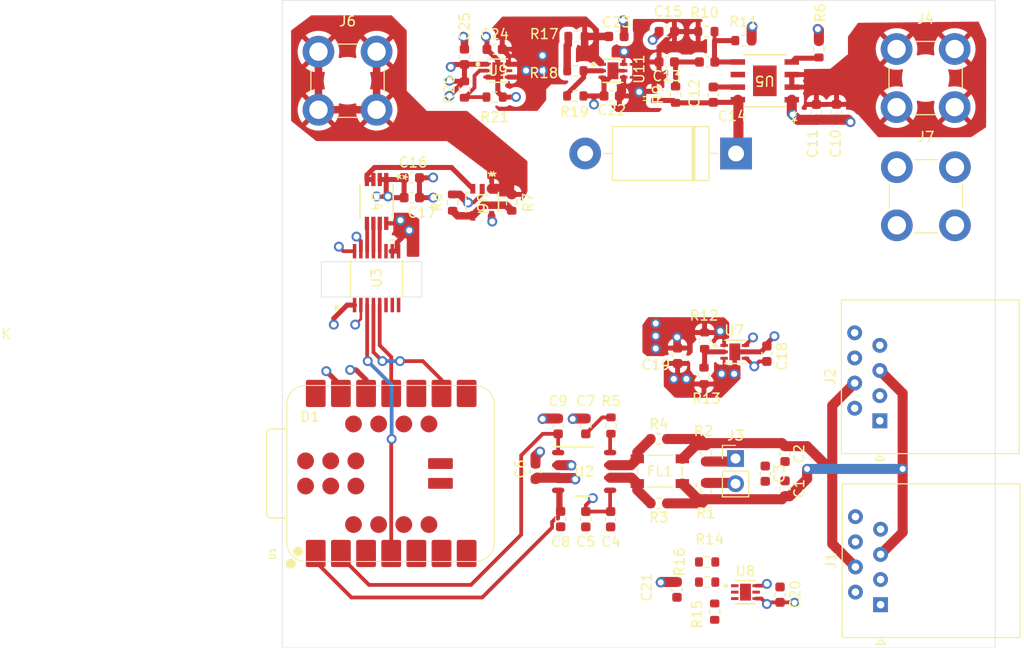
<source format=kicad_pcb>
(kicad_pcb (version 20240108) (generator "pcbnew") (generator_version "8.0")
  (layers (0 "F.Cu" signal) (1 "In1.Cu" power "GND") (2 "In2.Cu" power "PWR") (31 "B.Cu" signal) (34 "B.Paste" user) (35 "F.Paste" user) (36 "B.SilkS" user "B.Silkscreen") (37 "F.SilkS" user "F.Silkscreen") (38 "B.Mask" user) (39 "F.Mask" user) (44 "Edge.Cuts" user))
  (net 0 "")
  (net 1 "/CAN/CAN_N")
  (net 2 "/CAN/CAN_P")
  (net 3 "Net-(J3-Pin_2)")
  (net 4 "GND")
  (net 5 "+3.3VL")
  (net 6 "+5VL")
  (net 7 "Net-(C7-Pad1)")
  (net 8 "/CAN/CAN_RX")
  (net 9 "/CAN/CAN_TX")
  (net 10 "GND2")
  (net 11 "/TSV_Power/84VH")
  (net 12 "Net-(D1-K)")
  (net 13 "Net-(U5-BST)")
  (net 14 "/TSV_Power/+15V")
  (net 15 "Net-(C13-Pad1)")
  (net 16 "Net-(U5-FB)")
  (net 17 "+3.3VH")
  (net 18 "+12VH")
  (net 19 "Net-(U2-CANH)")
  (net 20 "Net-(U2-CANL)")
  (net 21 "+12VL")
  (net 22 "Net-(J3-Pin_1)")
  (net 23 "/THROTTLE_OUT")
  (net 24 "Net-(U2-STB)")
  (net 25 "Net-(U5-RON)")
  (net 26 "Net-(U6-IN-)")
  (net 27 "Net-(U7-FB)")
  (net 28 "Net-(R14-Pad2)")
  (net 29 "Net-(U8-FB)")
  (net 30 "Net-(R17-Pad2)")
  (net 31 "Net-(U11-FB)")
  (net 32 "Net-(U9-FB)")
  (net 53 "Net-(U3-OUTC)")
  (net 54 "Net-(U3-OUTB)")
  (net 56 "Net-(U3-OUTA)")
  (net 57 "/DAC_OUT")
  (net 59 "/MOSI")
  (net 62 "/CS")
  (net 64 "/SCK")
  (footprint "Resistor_SMD:R_0603_1608Metric" (layer "F.Cu") (at 90.484001 137.6842 180)
    (property "Reference" "R3")
    (property "Value" "0")
  )
  (footprint "Resistor_SMD:R_0603_1608Metric" (layer "F.Cu") (at 90.484001 131.1842 180)
    (property "Reference" "R4")
    (property "Value" "0")
  )
  (footprint "Diode_THT:D_DO-201AD_P15.24mm_Horizontal" (layer "F.Cu") (at 98.284 102.348 180)
    (property "Reference" "D1")
    (property "Value" "D_Schottky")
  )
  (footprint "Connector_RJ:RJ45_Amphenol_54602-x08_Horizontal" (layer "F.Cu") (at 112.8068 129.3455 90)
    (property "Reference" "J2")
    (property "Value" "RJ45")
  )
  (footprint "Resistor_SMD:R_0603_1608Metric" (layer "F.Cu") (at 99.032 90.945 180)
    (property "Reference" "R11")
    (property "Value" "49.9k")
  )
  (footprint "Capacitor_SMD:C_0603_1608Metric" (layer "F.Cu") (at 70.852 92.584001 90)
    (property "Reference" "C25")
    (property "Value" "2.2u")
  )
  (footprint "Resistor_SMD:R_0603_1608Metric" (layer "F.Cu") (at 75.625751 107.30545 90)
    (property "Reference" "R7")
    (property "Value" "6.81k")
  )
  (footprint "Resistor_SMD:R_0603_1608Metric" (layer "F.Cu") (at 69.656751 107.30545 -90)
    (property "Reference" "R8")
    (property "Value" "3.32k")
  )
  (footprint "LQW15AN47NG00D:INDC1005X60N" (layer "F.Cu") (at 90.015 96.533 90)
    (property "Reference" "L1")
    (property "Value" "LQW15AN47NG00D")
  )
  (footprint "Capacitor_SMD:C_0603_1608Metric" (layer "F.Cu") (at 85.724 96.532763 180)
    (property "Reference" "C22")
    (property "Value" "1u")
  )
  (footprint "TerminalBlock_Wuerth:Wuerth_REDCUBE-THR_WP-THRBU_74650074_THR" (layer "F.Cu") (at 117.461 106.666)
    (property "Reference" "J7")
    (property "Value" "BATT-")
  )
  (footprint "TLV76701:DRV0006A-IPC_A" (layer "F.Cu") (at 99.235832 146.653)
    (property "Reference" "U8")
    (property "Value" "TLV76701DRVR")
  )
  (footprint "Resistor_SMD:R_0603_1608Metric" (layer "F.Cu") (at 95.285 90.029 180)
    (property "Reference" "R10")
    (property "Value" "576k")
  )
  (footprint "TLV76701:DRV0006A-IPC_A" (layer "F.Cu") (at 98.156832 122.380999)
    (property "Reference" "U7")
    (property "Value" "TLV76701DRVR")
  )
  (footprint "Resistor_SMD:R_0603_1608Metric" (layer "F.Cu") (at 95.3638 143.605 180)
    (property "Reference" "R14")
    (property "Value" "82.5k")
  )
  (footprint "Resistor_SMD:R_0603_1608Metric" (layer "F.Cu") (at 70.852 95.886001 -90)
    (property "Reference" "R20")
    (property "Value" "50k")
  )
  (footprint "DAC6551:DGK8_TEX" (layer "F.Cu") (at 61.976 107.188 -90)
    (property "Reference" "U4")
    (property "Value" "DAC6551AQDGKRQ1")
  )
  (footprint "TLV76701:DRV0006A-IPC_A" (layer "F.Cu") (at 85.851 93.992763)
    (property "Reference" "U11")
    (property "Value" "TLV76701DRVR")
  )
  (footprint "Resistor_SMD:R_0603_1608Metric" (layer "F.Cu") (at 82.0542 93.992763)
    (property "Reference" "R18")
    (property "Value" "3.9k")
  )
  (footprint "LM5201:SO-8-DDA_TEX" (layer "F.Cu") (at 101.191 95.009 180)
    (property "Reference" "U5")
    (property "Value" "LM5012QDDARQ1")
  )
  (footprint "Capacitor_SMD:C_0603_1608Metric" (layer "F.Cu") (at 91.285 90.029 180)
    (property "Reference" "C15")
    (property "Value" "22uF")
  )
  (footprint "Connector_RJ:RJ45_Amphenol_54602-x08_Horizontal" (layer "F.Cu") (at 112.883 147.9195 90)
    (property "Reference" "J1")
    (property "Value" "RJ45")
  )
  (footprint "TLV9361QDBVRQ1:SOT23_DBV_TEX" (layer "F.Cu") (at 72.64375 107.2737 -90)
    (property "Reference" "U6")
    (property "Value" "TLV9361QDBVRQ1")
  )
  (footprint "Capacitor_SMD:C_0603_1608Metric" (layer "F.Cu") (at 91.285 93.104 180)
    (property "Reference" "C13")
    (property "Value" "2.2n")
  )
  (footprint "Capacitor_SMD:C_0603_1608Metric" (layer "F.Cu") (at 95.362 93.104)
    (property "Reference" "C14")
    (property "Value" "47p")
  )
  (footprint "Capacitor_SMD:C_0603_1608Metric" (layer "F.Cu") (at 103.234001 136.1842 -90)
    (property "Reference" "C1")
    (property "Value" "0.5p")
  )
  (footprint "Capacitor_SMD:C_0603_1608Metric" (layer "F.Cu") (at 106.398 98.171 -90)
    (property "Reference" "C11")
    (property "Value" "2.2u")
  )
  (footprint "Resistor_SMD:R_0603_1608Metric" (layer "F.Cu") (at 73.9 96.648001)
    (property "Reference" "R21")
    (property "Value" "16k")
  )
  (footprint "Capacitor_SMD:C_0603_1608Metric" (layer "F.Cu") (at 101.3968 122.5757 90)
    (property "Reference" "C18")
    (property "Value" "1u")
  )
  (footprint "Capacitor_SMD:C_0603_1608Metric" (layer "F.Cu") (at 92.3158 146.399 -90)
    (property "Reference" "C21")
    (property "Value" "2.2u")
  )
  (footprint "Capacitor_SMD:C_0603_1608Metric" (layer "F.Cu") (at 83.1088 129.889 90)
    (property "Reference" "C7")
    (property "Value" "4p")
  )
  (footprint "Resistor_SMD:R_0603_1608Metric" (layer "F.Cu") (at 82.041 96.532763)
    (property "Reference" "R19")
    (property "Value" "16k")
  )
  (footprint "XIAO-RP2350:XIAO-RP2350-SMD" (layer "F.Cu") (at 63.453756 134.748 90)
    (property "Reference" "U1")
    (property "Value" "XIAO-RP2350-SMD")
  )
  (footprint "Capacitor_SMD:C_0603_1608Metric" (layer "F.Cu") (at 65.532 104.805)
    (property "Reference" "C16")
    (property "Value" "0.1u")
  )
  (footprint "Capacitor_SMD:C_0603_1608Metric" (layer "F.Cu") (at 108.43 98.158 -90)
    (property "Reference" "C10")
    (property "Value" "2.2u")
  )
  (footprint "ACT45B_101_2P_TL003:FIL_ACT45B-101-2P-TL003" (layer "F.Cu") (at 90.585201 134.4342 180)
    (property "Reference" "FL1")
    (property "Value" "ACT45B-101-2P-TL003")
  )
  (footprint "Capacitor_SMD:C_0603_1608Metric" (layer "F.Cu") (at 102.7298 146.907 90)
    (property "Reference" "C20")
    (property "Value" "1u")
  )
  (footprint "Resistor_SMD:R_0603_1608Metric" (layer "F.Cu") (at 95.234001 132.6322 90)
    (property "Reference" "R2")
    (property "Value" "60")
  )
  (footprint "TCAN1042:D0008A_L" (layer "F.Cu") (at 82.939801 134.461)
    (property "Reference" "U2")
    (property "Value" "TCAN1042HGVDQ1")
  )
  (footprint "Capacitor_SMD:C_0603_1608Metric" (layer "F.Cu") (at 78.0288 134.461 -90)
    (property "Reference" "C6")
    (property "Value" "0.1u")
  )
  (footprint "Resistor_SMD:R_0603_1608Metric" (layer "F.Cu") (at 85.6488 129.826 90)
    (property "Reference" "R5")
    (property "Value" "10k")
  )
  (footprint "Capacitor_SMD:C_0603_1608Metric" (layer "F.Cu") (at 65.532 106.807)
    (property "Reference" "C17")
    (property "Value" "0.1n")
  )
  (footprint "Capacitor_SMD:C_0603_1608Metric" (layer "F.Cu") (at 85.6188 139.287 -90)
    (property "Reference" "C4")
    (property "Value" "10u")
  )
  (footprint "Resistor_SMD:R_0603_1608Metric" (layer "F.Cu") (at 96.1258 148.622 -90)
    (property "Reference" "R15")
    (property "Value" "16k")
  )
  (footprint "Connector_PinHeader_2.54mm:PinHeader_1x02_P2.54mm_Vertical" (layer "F.Cu") (at 98.234001 133.1592)
    (property "Reference" "J3")
    (property "Value" "Conn_01x02_Pin")
  )
  (footprint "Resistor_SMD:R_0603_1608Metric" (layer "F.Cu") (at 95.0468 124.809 -90)
    (property "Reference" "R13")
    (property "Value" "16k")
  )
  (footprint "Resistor_SMD:R_0603_1608Metric" (layer "F.Cu") (at 106.652 91.821 90)
    (property "Reference" "R6")
    (property "Value" "124k")
  )
  (footprint "Capacitor_SMD:C_0603_1608Metric" (layer "F.Cu") (at 80.3148 129.889 90)
    (property "Reference" "C9")
    (property "Value" "4p")
  )
  (footprint "Resistor_SMD:R_0603_1608Metric" (layer "F.Cu") (at 95.108832 121.253 -90)
    (property "Reference" "R12")
    (property "Value" "50k")
  )
  (footprint "Capacitor_SMD:C_0603_1608Metric" (layer "F.Cu") (at 83.1088 139.287 -90)
    (property "Reference" "C5")
    (property "Value" "0.1u")
  )
  (footprint "Capacitor_SMD:C_0603_1608Metric" (layer "F.Cu") (at 92.3798 122.777 -90)
    (property "Reference" "C19")
    (property "Value" "2.2u")
  )
  (footprint "Capacitor_SMD:C_0603_1608Metric" (layer "F.Cu") (at 95.984 96.406 -90)
    (property "Reference" "C12")
    (property "Value" "2.2n")
  )
  (footprint "Resistor_SMD:R_0603_1608Metric" (layer "F.Cu") (at 92.174 96.406 -90)
    (property "Reference" "R9")
    (property "Value" "1.3M")
  )
  (footprint "TerminalBlock_Wuerth:Wuerth_REDCUBE-THR_WP-THRBU_74650074_THR" (layer "F.Cu") (at 59.041 94.996)
    (property "Reference" "J6")
    (property "Value" "THROTTLE")
  )
  (footprint "Capacitor_SMD:C_0603_1608Metric" (layer "F.Cu") (at 103.234001 132.6842 -90)
    (property "Reference" "C2")
    (property "Value" "0.5p")
  )
  (footprint "Capacitor_SMD:C_0603_1608Metric" (layer "F.Cu") (at 101.234001 134.6842 -90)
    (property "Reference" "C3")
    (property "Value" "4.7u")
  )
  (footprint "Resistor_SMD:R_0603_1608Metric" (layer "F.Cu") (at 95.3638 145.637)
    (property "Reference" "R16")
    (property "Value" "1.5k")
  )
  (footprint "TerminalBlock_Wuerth:Wuerth_REDCUBE-THR_WP-THRBU_74650074_THR" (layer "F.Cu") (at 117.433 94.728)
    (property "Reference" "J4")
    (property "Value" "BATT+")
  )
  (footprint "Resistor_SMD:R_0603_1608Metric" (layer "F.Cu") (at 95.234001 136.4422 90)
    (property "Reference" "R1")
    (property "Value" "60")
  )
  (footprint "Capacitor_SMD:C_0603_1608Metric" (layer "F.Cu") (at 80.5688 139.274 -90)
    (property "Reference" "C8")
    (property "Value" "4p")
  )
  (footprint "ISO7041:SSOP16_DBQ_TEX" (layer "F.Cu") (at 61.976 114.935 90)
    (property "Reference" "U3")
    (property "Value" "ISO7041FQDBQRQ1")
  )
  (footprint "Capacitor_SMD:C_0603_1608Metric" (layer "F.Cu") (at 86.206 90.525663)
    (property "Reference" "C23")
    (property "Value" "2.2u")
  )
  (footprint "Resistor_SMD:R_0603_1608Metric" (layer "F.Cu") (at 82.1674 90.525663 180)
    (property "Reference" "R17")
    (property "Value" "220k")
  )
  (footprint "Capacitor_SMD:C_0603_1608Metric" (layer "F.Cu") (at 73.9 91.822001 180)
    (property "Reference" "C24")
    (property "Value" "1u")
  )
  (footprint "TLV76701:DRV0006A-IPC_A" (layer "F.Cu") (at 74.218968 93.981001)
    (property "Reference" "U9")
    (property "Value" "TLV76701DRVR")
  )
  (gr_rect (start 52.451 86.868) (end 124.46 152.273) (stroke (width 0.05)) (fill none) (layer "Edge.Cuts"))
  (gr_rect (start 56.388 113.284) (end 66.548 116.84) (stroke (width 0.05)) (fill none) (layer "Edge.Cuts"))
  (segment (start 103.234001 136.9592) (end 103.709001 136.9592) (width 1.016) (layer "F.Cu") (net 1))
  (segment (start 112.883 142.8395) (end 115.1128 140.6097) (width 1.016) (layer "F.Cu") (net 1))
  (segment (start 103.709001 136.9592) (end 105.4608 135.207401) (width 1.016) (layer "F.Cu") (net 1))
  (segment (start 115.1128 126.5715) (end 112.8068 124.2655) (width 1.016) (layer "F.Cu") (net 1))
  (segment (start 94.443201 137.2672) (end 92.860201 135.6842) (width 1.016) (layer "F.Cu") (net 1))
  (segment (start 95.234001 137.2672) (end 102.926001 137.2672) (width 1.016) (layer "F.Cu") (net 1))
  (segment (start 115.1128 140.6097) (end 115.1128 134.207) (width 1.016) (layer "F.Cu") (net 1))
  (segment (start 95.234001 137.2672) (end 94.443201 137.2672) (width 1.016) (layer "F.Cu") (net 1))
  (segment (start 115.1128 134.207) (end 115.1128 126.5715) (width 1.016) (layer "F.Cu") (net 1))
  (segment (start 105.4608 135.207401) (end 105.4608 134.207) (width 1.016) (layer "F.Cu") (net 1))
  (segment (start 94.817001 137.6842) (end 95.234001 137.2672) (width 1.016) (layer "F.Cu") (net 1))
  (segment (start 91.309001 137.6842) (end 94.817001 137.6842) (width 1.016) (layer "F.Cu") (net 1))
  (segment (start 102.926001 137.2672) (end 103.234001 136.9592) (width 1.016) (layer "F.Cu") (net 1))
  (via (at 115.1128 134.207) (size 1) (drill 0.6) (layers "F.Cu" "B.Cu") (net 1))
  (via (at 105.4608 134.207) (size 1) (drill 0.6) (layers "F.Cu" "B.Cu") (net 1))
  (segment (start 105.4608 134.207) (end 115.1128 134.207) (width 1.016) (layer "B.Cu") (net 1))
  (segment (start 108.0008 141.7673) (end 110.343 144.1095) (width 1.016) (layer "F.Cu") (net 2))
  (segment (start 95.440001 131.6012) (end 95.234001 131.8072) (width 1.016) (layer "F.Cu") (net 2))
  (segment (start 103.234001 131.9092) (end 102.926001 131.6012) (width 1.016) (layer "F.Cu") (net 2))
  (segment (start 108.0008 134.715) (end 108.0008 141.7673) (width 1.016) (layer "F.Cu") (net 2))
  (segment (start 110.2668 125.5355) (end 108.0008 127.8015) (width 1.016) (layer "F.Cu") (net 2))
  (segment (start 108.0008 127.8015) (end 108.0008 134.715) (width 1.016) (layer "F.Cu") (net 2))
  (segment (start 105.449 131.9092) (end 108.0008 134.461) (width 1.016) (layer "F.Cu") (net 2))
  (segment (start 102.926001 131.6012) (end 95.440001 131.6012) (width 1.016) (layer "F.Cu") (net 2))
  (segment (start 108.0008 134.461) (end 108.0008 134.715) (width 1.016) (layer "F.Cu") (net 2))
  (segment (start 94.611001 131.1842) (end 95.234001 131.8072) (width 1.016) (layer "F.Cu") (net 2))
  (segment (start 95.234001 131.8072) (end 94.237201 131.8072) (width 1.016) (layer "F.Cu") (net 2))
  (segment (start 94.237201 131.8072) (end 92.860201 133.1842) (width 1.016) (layer "F.Cu") (net 2))
  (segment (start 103.234001 131.9092) (end 105.449 131.9092) (width 1.016) (layer "F.Cu") (net 2))
  (segment (start 91.309001 131.1842) (end 94.611001 131.1842) (width 1.016) (layer "F.Cu") (net 2))
  (segment (start 95.234001 135.6172) (end 98.152001 135.6172) (width 1.016) (layer "F.Cu") (net 3))
  (segment (start 98.152001 135.6172) (end 98.234001 135.6992) (width 1.016) (layer "F.Cu") (net 3))
  (segment (start 83.1088 129.114) (end 81.833 129.114) (width 1.016) (layer "F.Cu") (net 4))
  (segment (start 58.373756 125.810756) (end 56.896 124.333) (width 0.508) (layer "F.Cu") (net 4))
  (segment (start 78.785 129.114) (end 78.74 129.159) (width 1.016) (layer "F.Cu") (net 4))
  (segment (start 78.0288 133.686) (end 78.0288 132.9182) (width 1.016) (layer "F.Cu") (net 4))
  (segment (start 59.817 119.634) (end 60.3885 119.0625) (width 0.254) (layer "F.Cu") (net 4))
  (segment (start 100.816501 122.380999) (end 99.234864 122.380999) (width 0.508) (layer "F.Cu") (net 4))
  (segment (start 98.156832 122.380999) (end 99.234864 122.380999) (width 0.508) (layer "F.Cu") (net 4))
  (segment (start 60.3885 119.0625) (end 60.3885 117.656348) (width 0.254) (layer "F.Cu") (net 4))
  (segment (start 102.1588 120.7977) (end 101.3968 121.5597) (width 0.508) (layer "F.Cu") (net 4))
  (segment (start 101.3968 121.5597) (end 101.3968 121.8007) (width 0.508) (layer "F.Cu") (net 4))
  (segment (start 80.3148 133.826) (end 81.629 133.826) (width 1.016) (layer "F.Cu") (net 4))
  (segment (start 78.0288 132.9182) (end 78.486 132.461) (width 1.016) (layer "F.Cu") (net 4))
  (segment (start 81.629 133.826) (end 81.661 133.858) (width 1.016) (layer "F.Cu") (net 4))
  (segment (start 81.833 129.114) (end 81.788 129.159) (width 1.016) (layer "F.Cu") (net 4))
  (segment (start 80.3148 129.114) (end 78.785 129.114) (width 1.016) (layer "F.Cu") (net 4))
  (segment (start 58.373756 126.583) (end 58.373756 125.810756) (width 0.508) (layer "F.Cu") (net 4))
  (segment (start 101.3968 121.8007) (end 100.816501 122.380999) (width 0.508) (layer "F.Cu") (net 4))
  (via (at 81.661 133.858) (size 1) (drill 0.6) (layers "F.Cu" "B.Cu") (net 4))
  (via (at 81.788 129.159) (size 1) (drill 0.6) (layers "F.Cu" "B.Cu") (net 4))
  (via (at 93.2688 125.1157) (size 1) (drill 0.6) (layers "F.Cu" "B.Cu") (net 4))
  (via (at 96.8248 124.6077) (size 1) (drill 0.6) (layers "F.Cu" "B.Cu") (net 4))
  (via (at 56.896 124.333) (size 1) (drill 0.6) (layers "F.Cu" "B.Cu") (net 4))
  (via (at 78.74 129.159) (size 1) (drill 0.6) (layers "F.Cu" "B.Cu") (net 4))
  (via (at 91.9988 125.1157) (size 1) (drill 0.6) (layers "F.Cu" "B.Cu") (net 4))
  (via (at 78.486 132.461) (size 1) (drill 0.6) (layers "F.Cu" "B.Cu") (net 4))
  (via (at 59.817 119.634) (size 1) (drill 0.6) (layers "F.Cu" "B.Cu") (net 4))
  (via (at 102.1588 120.7977) (size 1) (drill 0.6) (layers "F.Cu" "B.Cu") (net 4))
  (via (at 98.0948 124.6077) (size 1) (drill 0.6) (layers "F.Cu" "B.Cu") (net 4))
  (segment (start 97.0788 120.6707) (end 96.6978 120.2897) (width 0.381) (layer "F.Cu") (net 5))
  (segment (start 83.1088 137.8712) (end 83.82 137.16) (width 0.381) (layer "F.Cu") (net 5))
  (segment (start 83.1088 138.512) (end 83.1088 137.8712) (width 0.381) (layer "F.Cu") (net 5))
  (segment (start 85.5648 138.458) (end 85.6188 138.512) (width 0.381) (layer "F.Cu") (net 5))
  (segment (start 97.0788 121.730998) (end 97.0788 120.6707) (width 0.381) (layer "F.Cu") (net 5))
  (segment (start 92.329 121.9512) (end 92.3798 122.002) (width 0.762) (layer "F.Cu") (net 5))
  (segment (start 57.658 118.999) (end 59.000652 117.656348) (width 0.508) (layer "F.Cu") (net 5))
  (segment (start 59.911756 124.206) (end 60.913756 125.208) (width 0.508) (layer "F.Cu") (net 5))
  (segment (start 59.000652 117.656348) (end 59.7535 117.656348) (width 0.508) (layer "F.Cu") (net 5))
  (segment (start 59.309 124.206) (end 59.911756 124.206) (width 0.508) (layer "F.Cu") (net 5))
  (segment (start 92.329 120.904) (end 92.329 121.9512) (width 0.762) (layer "F.Cu") (net 5))
  (segment (start 85.6188 138.512) (end 83.1088 138.512) (width 0.381) (layer "F.Cu") (net 5))
  (segment (start 85.5648 136.366) (end 85.5648 138.458) (width 0.381) (layer "F.Cu") (net 5))
  (segment (start 60.913756 125.208) (end 60.913756 126.583) (width 0.508) (layer "F.Cu") (net 5))
  (segment (start 57.658 119.634) (end 57.658 118.999) (width 0.508) (layer "F.Cu") (net 5))
  (via (at 90.17 122.047) (size 1) (drill 0.6) (layers "F.Cu" "B.Cu") (net 5))
  (via (at 92.329 120.904) (size 1) (drill 0.6) (layers "F.Cu" "B.Cu") (net 5))
  (via (at 57.658 119.634) (size 1) (drill 0.6) (layers "F.Cu" "B.Cu") (net 5))
  (via (at 83.82 137.16) (size 1) (drill 0.6) (layers "F.Cu" "B.Cu") (net 5))
  (via (at 90.17 119.507) (size 1) (drill 0.6) (layers "F.Cu" "B.Cu") (net 5))
  (via (at 96.6978 120.2897) (size 1) (drill 0.6) (layers "F.Cu" "B.Cu") (net 5))
  (via (at 90.17 120.777) (size 1) (drill 0.6) (layers "F.Cu" "B.Cu") (net 5))
  (via (at 59.309 124.206) (size 1) (drill 0.6) (layers "F.Cu" "B.Cu") (net 5))
  (segment (start 80.3148 135.096) (end 78.1688 135.096) (width 1.016) (layer "F.Cu") (net 6))
  (segment (start 78.1688 135.096) (end 78.0288 135.236) (width 1.016) (layer "F.Cu") (net 6))
  (segment (start 80.3468 135.128) (end 80.3148 135.096) (width 1.016) (layer "F.Cu") (net 6))
  (segment (start 81.915 135.128) (end 80.3468 135.128) (width 1.016) (layer "F.Cu") (net 6))
  (segment (start 92.3158 145.624) (end 90.723 145.624) (width 1.016) (layer "F.Cu") (net 6))
  (segment (start 82.042 135.255) (end 81.915 135.128) (width 1.016) (layer "F.Cu") (net 6))
  (segment (start 90.723 145.624) (end 90.678 145.669) (width 1.016) (layer "F.Cu") (net 6))
  (via (at 90.678 145.669) (size 1) (drill 0.6) (layers "F.Cu" "B.Cu") (net 6))
  (via (at 82.042 135.255) (size 1) (drill 0.6) (layers "F.Cu" "B.Cu") (net 6))
  (segment (start 85.6488 129.001) (end 84.7718 129.001) (width 0.381) (layer "F.Cu") (net 7))
  (segment (start 84.7718 129.001) (end 83.1088 130.664) (width 0.381) (layer "F.Cu") (net 7))
  (segment (start 80.3148 136.366) (end 80.3148 139.2085) (width 0.381) (layer "F.Cu") (net 8))
  (segment (start 72.644 147.193) (end 59.436 147.193) (width 0.381) (layer "F.Cu") (net 8))
  (segment (start 80.3148 139.2085) (end 80.057618 139.2085) (width 0.381) (layer "F.Cu") (net 8))
  (segment (start 80.5688 138.499) (end 80.5688 136.62) (width 0.381) (layer "F.Cu") (net 8))
  (segment (start 79.7033 140.1337) (end 72.644 147.193) (width 0.381) (layer "F.Cu") (net 8))
  (segment (start 59.436 147.193) (end 55.833756 143.590756) (width 0.381) (layer "F.Cu") (net 8))
  (segment (start 80.5688 136.62) (end 80.3148 136.366) (width 0.381) (layer "F.Cu") (net 8))
  (segment (start 79.7033 139.562818) (end 79.7033 140.1337) (width 0.381) (layer "F.Cu") (net 8))
  (segment (start 55.833756 143.590756) (end 55.833756 142.748) (width 0.381) (layer "F.Cu") (net 8))
  (segment (start 80.057618 139.2085) (end 79.7033 139.562818) (width 0.381) (layer "F.Cu") (net 8))
  (segment (start 61.214 145.923) (end 71.501 145.923) (width 0.381) (layer "F.Cu") (net 9))
  (segment (start 76.581 132.842) (end 78.759 130.664) (width 0.381) (layer "F.Cu") (net 9))
  (segment (start 76.581 140.843) (end 76.581 132.842) (width 0.381) (layer "F.Cu") (net 9))
  (segment (start 61.214 145.923) (end 58.373756 143.082756) (width 0.381) (layer "F.Cu") (net 9))
  (segment (start 78.759 130.664) (end 80.3148 130.664) (width 0.381) (layer "F.Cu") (net 9))
  (segment (start 58.373756 143.082756) (end 58.373756 142.748) (width 0.381) (layer "F.Cu") (net 9))
  (segment (start 71.501 145.923) (end 76.581 140.843) (width 0.381) (layer "F.Cu") (net 9))
  (segment (start 80.3148 130.664) (end 80.3148 132.556) (width 0.381) (layer "F.Cu") (net 9))
  (segment (start 85.851 94.347) (end 85.321205 94.876795) (width 0.508) (layer "F.Cu") (net 10))
  (segment (start 106.411 98.933) (end 106.398 98.946) (width 1.016) (layer "F.Cu") (net 10))
  (segment (start 64.064199 111.322801) (end 65.278 110.109) (width 0.508) (layer "F.Cu") (net 10))
  (segment (start 70.852 91.809001) (end 70.852 90.664) (width 0.762) (layer "F.Cu") (net 10))
  (segment (start 74.218968 94.439003) (end 74.218968 93.981001) (width 0.508) (layer "F.Cu") (net 10))
  (segment (start 74.218968 93.981001) (end 74.945737 93.981001) (width 0.508) (layer "F.Cu") (net 10))
  (segment (start 83.933 96.532763) (end 83.933 97.395) (width 0.508) (layer "F.Cu") (net 10))
  (segment (start 108.43 98.933) (end 109.601 98.933) (width 1.016) (layer "F.Cu") (net 10))
  (segment (start 86.929032 93.992763) (end 85.851 93.992763) (width 0.381) (layer "F.Cu") (net 10))
  (segment (start 70.387751 106.48045) (end 71.212751 107.30545) (width 0.762) (layer "F.Cu") (net 10))
  (segment (start 108.43 98.933) (end 106.411 98.933) (width 1.016) (layer "F.Cu") (net 10))
  (segment (start 74.725 96.648001) (end 76.043999 96.648001) (width 0.508) (layer "F.Cu") (net 10))
  (segment (start 69.656751 106.48045) (end 70.387751 106.48045) (width 0.762) (layer "F.Cu") (net 10))
  (segment (start 60.3885 112.213652) (end 60.3885 111.1885) (width 0.381) (layer "F.Cu") (net 10))
  (segment (start 86.981 89.013) (end 86.868 88.9) (width 0.762) (layer "F.Cu") (net 10))
  (segment (start 60.3885 111.1885) (end 59.944 110.744) (width 0.381) (layer "F.Cu") (net 10))
  (segment (start 99.857 89.599) (end 99.935 89.521) (width 1.016) (layer "F.Cu") (net 10))
  (segment (start 74.218968 93.981001) (end 74.218968 96.141969) (width 0.508) (layer "F.Cu") (net 10))
  (segment (start 72.64375 106.418278) (end 71.756578 107.30545) (width 0.381) (layer "F.Cu") (net 10))
  (segment (start 66.307 104.805) (end 67.661 104.805) (width 0.508) (layer "F.Cu") (net 10))
  (segment (start 106.398 98.946) (end 104.534 98.946) (width 1.016) (layer "F.Cu") (net 10))
  (segment (start 71.756578 107.30545) (end 71.212751 107.30545) (width 0.381) (layer "F.Cu") (net 10))
  (segment (start 106.652 89.888) (end 106.539 89.775) (width 1.016) (layer "F.Cu") (net 10))
  (segment (start 99.857 90.945) (end 99.857 89.599) (width 1.016) (layer "F.Cu") (net 10))
  (segment (start 74.218968 92.915969) (end 73.125 91.822001) (width 0.508) (layer "F.Cu") (net 10))
  (segment (start 67.661 104.805) (end 67.691 104.775) (width 0.508) (layer "F.Cu") (net 10))
  (segment (start 103.91515 96.914) (end 103.91515 98.32715) (width 1.016) (layer "F.Cu") (net 10))
  (segment (start 74.026969 94.631002) (end 74.218968 94.439003) (width 0.508) (layer "F.Cu") (net 10))
  (segment (start 84.949 94.876795) (end 84.772968 94.700763) (width 0.508) (layer "F.Cu") (net 10))
  (segment (start 106.652 90.996) (end 106.652 89.888) (width 1.016) (layer "F.Cu") (net 10))
  (segment (start 66.307 104.805) (end 66.307 106.807) (width 0.508) (layer "F.Cu") (net 10))
  (segment (start 90.51 90.229839) (end 89.864203 90.875636) (width 0.762) (layer "F.Cu") (net 10))
  (segment (start 85.851 93.992763) (end 85.851 94.347) (width 0.508) (layer "F.Cu") (net 10))
  (segment (start 64.064199 112.213652) (end 64.064199 111.322801) (width 0.508) (layer "F.Cu") (net 10))
  (segment (start 84.949 96.532763) (end 84.949 94.876795) (width 0.508) (layer "F.Cu") (net 10))
  (segment (start 82.866 96.532763) (end 83.933 96.532763) (width 0.508) (layer "F.Cu") (net 10))
  (segment (start 104.534 98.946) (end 103.999 98.411) (width 1.016) (layer "F.Cu") (net 10))
  (segment (start 74.218968 96.141969) (end 74.725 96.648001) (width 0.508) (layer "F.Cu") (net 10))
  (segment (start 85.321205 94.876795) (end 84.949 94.876795) (width 0.508) (layer "F.Cu") (net 10))
  (segment (start 72.64375 105.90845) (end 72.64375 106.418278) (width 0.381) (layer "F.Cu") (net 10))
  (segment (start 76.043999 96.648001) (end 76.059 96.633) (width 0.508) (layer "F.Cu") (net 10))
  (segment (start 73.125 90.651) (end 73.025 90.551) (width 0.508) (layer "F.Cu") (net 10))
  (segment (start 73.140936 94.631002) (end 74.026969 94.631002) (width 0.508) (layer "F.Cu") (net 10))
  (segment (start 74.218968 93.981001) (end 74.218968 92.915969) (width 0.508) (layer "F.Cu") (net 10))
  (segment (start 103.91515 98.32715) (end 103.999 98.411) (width 1.016) (layer "F.Cu") (net 10))
  (segment (start 66.307 106.807) (end 67.691 106.807) (width 0.508) (layer "F.Cu") (net 10))
  (segment (start 109.601 98.933) (end 109.841 99.173) (width 1.016) (layer "F.Cu") (net 10))
  (segment (start 63.429199 112.213652) (end 64.064199 112.213652) (width 0.508) (layer "F.Cu") (net 10))
  (segment (start 73.125 91.822001) (end 73.125 90.651) (width 0.508) (layer "F.Cu") (net 10))
  (segment (start 83.933 96.532763) (end 84.949 96.532763) (width 0.508) (layer "F.Cu") (net 10))
  (segment (start 90.51 90.029) (end 90.51 90.229839) (width 0.762) (layer "F.Cu") (net 10))
  (segment (start 86.981 90.525663) (end 86.981 89.013) (width 0.762) (layer "F.Cu") (net 10))
  (segment (start 70.852 90.664) (end 70.739 90.551) (width 0.762) (layer "F.Cu") (net 10))
  (via (at 71.212751 107.30545) (size 1) (drill 0.6) (layers "F.Cu" "B.Cu") (net 10))
  (via (at 73.025 90.551) (size 1) (drill 0.6) (layers "F.Cu" "B.Cu") (net 10))
  (via (at 103.999 98.411) (size 1) (drill 0.6) (layers "F.Cu" "B.Cu") (net 10))
  (via (at 106.539 89.775) (size 1) (drill 0.6) (layers "F.Cu" "B.Cu") (net 10))
  (via (at 83.933 97.395) (size 1) (drill 0.6) (layers "F.Cu" "B.Cu") (net 10))
  (via (at 65.278 110.109) (size 1) (drill 0.6) (layers "F.Cu" "B.Cu") (net 10))
  (via (at 59.944 110.744) (size 1) (drill 0.6) (layers "F.Cu" "B.Cu") (net 10))
  (via (at 67.691 104.775) (size 1) (drill 0.6) (layers "F.Cu" "B.Cu") (net 10))
  (via (at 109.841 99.173) (size 1) (drill 0.6) (layers "F.Cu" "B.Cu") (net 10))
  (via (at 99.935 89.521) (size 1) (drill 0.6) (layers "F.Cu" "B.Cu") (net 10))
  (via (at 89.864203 90.875636) (size 1) (drill 0.6) (layers "F.Cu" "B.Cu") (net 10))
  (via (at 67.691 106.807) (size 1) (drill 0.6) (layers "F.Cu" "B.Cu") (net 10))
  (via (at 86.868 88.9) (size 1) (drill 0.6) (layers "F.Cu" "B.Cu") (net 10))
  (via (at 64.389 109.093) (size 1) (drill 0.6) (layers "F.Cu" "B.Cu") (net 10))
  (via (at 70.739 90.551) (size 1) (drill 0.6) (layers "F.Cu" "B.Cu") (net 10))
  (via (at 76.059 96.633) (size 1) (drill 0.6) (layers "F.Cu" "B.Cu") (net 10))
  (segment (start 103.91515 95.644) (end 103.91515 94.374) (width 0.508) (layer "F.Cu") (net 11))
  (segment (start 98.19985 97.181) (end 98.46685 96.914) (width 0.508) (layer "F.Cu") (net 12))
  (segment (start 98.524 96.97115) (end 98.46685 96.914) (width 1.016) (layer "F.Cu") (net 12))
  (segment (start 98.524 100.951) (end 98.524 96.97115) (width 1.016) (layer "F.Cu") (net 12))
  (segment (start 95.984 97.181) (end 98.19985 97.181) (width 0.508) (layer "F.Cu") (net 12))
  (segment (start 90.015 96.993) (end 91.936 96.993) (width 0.508) (layer "F.Cu") (net 12))
  (segment (start 92.174 97.231) (end 95.934 97.231) (width 0.508) (layer "F.Cu") (net 12))
  (segment (start 91.936 96.993) (end 92.174 97.231) (width 0.508) (layer "F.Cu") (net 12))
  (segment (start 95.934 97.231) (end 95.984 97.181) (width 0.508) (layer "F.Cu") (net 12))
  (segment (start 98.45385 95.631) (end 98.46685 95.644) (width 0.508) (layer "F.Cu") (net 13))
  (segment (start 95.984 95.631) (end 98.45385 95.631) (width 0.508) (layer "F.Cu") (net 13))
  (segment (start 86.929032 96.102731) (end 86.929032 94.642764) (width 0.508) (layer "F.Cu") (net 14))
  (segment (start 90.51 93.104) (end 90.51 91.579) (width 0.508) (layer "F.Cu") (net 14))
  (segment (start 90.015 95.009) (end 90.51 94.514) (width 0.508) (layer "F.Cu") (net 14))
  (segment (start 86.929032 92.101631) (end 86.981 92.049663) (width 0.381) (layer "F.Cu") (net 14))
  (segment (start 92.06 90.029) (end 94.46 90.029) (width 0.508) (layer "F.Cu") (net 14))
  (segment (start 90.51 94.514) (end 90.51 93.104) (width 0.508) (layer "F.Cu") (net 14))
  (segment (start 90.015 96.073) (end 88.557 96.073) (width 0.508) (layer "F.Cu") (net 14))
  (segment (start 86.929032 93.342762) (end 86.929032 92.101631) (width 0.381) (layer "F.Cu") (net 14))
  (segment (start 88.557 96.073) (end 88.505 96.125) (width 0.508) (layer "F.Cu") (net 14))
  (segment (start 90.015 96.073) (end 90.015 95.009) (width 0.508) (layer "F.Cu") (net 14))
  (segment (start 90.51 91.579) (end 92.06 90.029) (width 0.508) (layer "F.Cu") (net 14))
  (segment (start 86.499 96.532763) (end 86.929032 96.102731) (width 0.508) (layer "F.Cu") (net 14))
  (via (at 86.981 92.049663) (size 1) (drill 0.6) (layers "F.Cu" "B.Cu") (net 14))
  (via (at 88.505 96.125) (size 1) (drill 0.6) (layers "F.Cu" "B.Cu") (net 14))
  (segment (start 92.174 95.581) (end 92.174 93.218) (width 0.508) (layer "F.Cu") (net 15))
  (segment (start 92.06 93.104) (end 94.587 93.104) (width 0.508) (layer "F.Cu") (net 15))
  (segment (start 92.174 93.218) (end 92.06 93.104) (width 0.508) (layer "F.Cu") (net 15))
  (segment (start 98.207 90.945) (end 96.11 90.945) (width 0.508) (layer "F.Cu") (net 16))
  (segment (start 96.11 90.945) (end 96.11 93.077) (width 0.508) (layer "F.Cu") (net 16))
  (segment (start 96.11 90.029) (end 96.11 90.945) (width 0.381) (layer "F.Cu") (net 16))
  (segment (start 96.11 93.077) (end 96.137 93.104) (width 0.508) (layer "F.Cu") (net 16))
  (segment (start 96.137 93.104) (end 98.46685 93.104) (width 0.508) (layer "F.Cu") (net 16))
  (segment (start 64.587348 104.974652) (end 64.757 104.805) (width 0.508) (layer "F.Cu") (net 17))
  (segment (start 58.166 111.76) (end 58.619652 112.213652) (width 0.381) (layer "F.Cu") (net 17))
  (segment (start 58.619652 112.213652) (end 59.7535 112.213652) (width 0.381) (layer "F.Cu") (net 17))
  (segment (start 70.852 93.359001) (end 69.708999 93.359001) (width 0.508) (layer "F.Cu") (net 17))
  (segment (start 70.880001 93.331) (end 70.865 93.346001) (width 0.508) (layer "F.Cu") (net 17))
  (segment (start 64.757 106.807) (end 64.757 104.805) (width 0.508) (layer "F.Cu") (net 17))
  (segment (start 62.950999 106.504698) (end 63.126301 106.68) (width 0.508) (layer "F.Cu") (net 17))
  (segment (start 69.407001 95.061001) (end 69.342 94.996) (width 0.508) (layer "F.Cu") (net 17))
  (segment (start 70.800999 95.061001) (end 69.342 96.52) (width 0.508) (layer "F.Cu") (net 17))
  (segment (start 64.757 106.807) (end 63.253301 106.807) (width 0.508) (layer "F.Cu") (net 17))
  (segment (start 62.950999 104.974652) (end 64.587348 104.974652) (width 0.508) (layer "F.Cu") (net 17))
  (segment (start 70.852 95.061001) (end 70.800999 95.061001) (width 0.508) (layer "F.Cu") (net 17))
  (segment (start 73.140936 93.331) (end 70.880001 93.331) (width 0.508) (layer "F.Cu") (net 17))
  (segment (start 70.852 95.061001) (end 70.852 93.359001) (width 0.508) (layer "F.Cu") (net 17))
  (segment (start 70.852 95.061001) (end 69.407001 95.061001) (width 0.508) (layer "F.Cu") (net 17))
  (segment (start 61.983301 106.68) (end 63.126301 106.68) (width 0.508) (layer "F.Cu") (net 17))
  (segment (start 69.708999 93.359001) (end 69.469 93.599) (width 0.508) (layer "F.Cu") (net 17))
  (segment (start 63.253301 106.807) (end 63.126301 106.68) (width 0.508) (layer "F.Cu") (net 17))
  (segment (start 62.950999 104.974652) (end 62.320499 104.974652) (width 0.508) (layer "F.Cu") (net 17))
  (segment (start 62.950999 104.974652) (end 62.950999 106.504698) (width 0.508) (layer "F.Cu") (net 17))
  (via (at 69.342 96.52) (size 1) (drill 0.6) (layers "F.Cu" "B.Cu") (net 17))
  (via (at 69.342 94.996) (size 1) (drill 0.6) (layers "F.Cu" "B.Cu") (net 17))
  (via (at 61.983301 106.68) (size 1) (drill 0.6) (layers "F.Cu" "B.Cu") (net 17))
  (via (at 69.469 93.599) (size 1) (drill 0.6) (layers "F.Cu" "B.Cu") (net 17))
  (via (at 58.166 111.76) (size 1) (drill 0.6) (layers "F.Cu" "B.Cu") (net 17))
  (via (at 63.126301 106.68) (size 1) (drill 0.6) (layers "F.Cu" "B.Cu") (net 17))
  (segment (start 75.297 92.444001) (end 75.297 93.331) (width 0.508) (layer "F.Cu") (net 18))
  (segment (start 82.9924 91.562194) (end 84.587969 93.157763) (width 0.762) (layer "F.Cu") (net 18))
  (segment (start 77.075 93.966) (end 76.44 93.331) (width 0.508) (layer "F.Cu") (net 18))
  (segment (start 77.075 93.966) (end 76.409998 94.631002) (width 0.508) (layer "F.Cu") (net 18))
  (segment (start 74.675 91.822001) (end 75.297 92.444001) (width 0.508) (layer "F.Cu") (net 18))
  (segment (start 82.9924 90.525663) (end 82.9924 91.562194) (width 0.762) (layer "F.Cu") (net 18))
  (segment (start 76.409998 94.631002) (end 75.297 94.631002) (width 0.508) (layer "F.Cu") (net 18))
  (segment (start 82.9924 90.525663) (end 84.428 90.525663) (width 0.762) (layer "F.Cu") (net 18))
  (segment (start 76.44 93.331) (end 75.297 93.331) (width 0.508) (layer "F.Cu") (net 18))
  (segment (start 73.593751 108.63895) (end 73.593751 109.153751) (width 0.762) (layer "F.Cu") (net 18))
  (segment (start 73.593751 109.153751) (end 73.66 109.22) (width 0.762) (layer "F.Cu") (net 18))
  (segment (start 84.428 90.525663) (end 85.431 90.525663) (width 0.762) (layer "F.Cu") (net 18))
  (via (at 73.66 109.22) (size 1) (drill 0.6) (layers "F.Cu" "B.Cu") (net 18))
  (via (at 77.075 93.966) (size 1) (drill 0.6) (layers "F.Cu" "B.Cu") (net 18))
  (via (at 78.74 92.456) (size 1) (drill 0.6) (layers "F.Cu" "B.Cu") (net 18))
  (via (at 78.74 93.98) (size 1) (drill 0.6) (layers "F.Cu" "B.Cu") (net 18))
  (segment (start 88.310201 133.1842) (end 88.310201 132.533) (width 1.016) (layer "F.Cu") (net 19))
  (segment (start 87.668401 133.826) (end 88.310201 133.1842) (width 1.016) (layer "F.Cu") (net 19))
  (segment (start 85.5648 133.826) (end 87.668401 133.826) (width 1.016) (layer "F.Cu") (net 19))
  (segment (start 88.310201 132.533) (end 89.659001 131.1842) (width 1.016) (layer "F.Cu") (net 19))
  (segment (start 87.722001 135.096) (end 85.5648 135.096) (width 1.016) (layer "F.Cu") (net 20))
  (segment (start 88.310201 135.6842) (end 88.310201 136.3354) (width 1.016) (layer "F.Cu") (net 20))
  (segment (start 88.310201 135.6842) (end 87.722001 135.096) (width 1.016) (layer "F.Cu") (net 20))
  (segment (start 88.310201 136.3354) (end 89.659001 137.6842) (width 1.016) (layer "F.Cu") (net 20))
  (segment (start 100.313864 146.002999) (end 101.210501 146.002999) (width 0.381) (layer "F.Cu") (net 21))
  (segment (start 99.234864 121.730998) (end 99.234864 121.689636) (width 0.381) (layer "F.Cu") (net 21))
  (segment (start 101.210501 146.002999) (end 101.3968 145.8167) (width 0.381) (layer "F.Cu") (net 21))
  (segment (start 102.7298 147.682) (end 104.1511 147.682) (width 0.381) (layer "F.Cu") (net 21))
  (segment (start 100.313864 147.303001) (end 100.851101 147.303001) (width 0.381) (layer "F.Cu") (net 21))
  (segment (start 99.234864 123.031) (end 99.3121 123.031) (width 0.381) (layer "F.Cu") (net 21))
  (segment (start 101.3968 123.3507) (end 100.6218 123.3507) (width 0.381) (layer "F.Cu") (net 21))
  (segment (start 100.6218 123.3507) (end 100.1268 123.8457) (width 0.381) (layer "F.Cu") (net 21))
  (segment (start 99.234864 121.689636) (end 99.9998 120.9247) (width 0.381) (layer "F.Cu") (net 21))
  (segment (start 100.851101 147.303001) (end 101.3968 147.8487) (width 0.381) (layer "F.Cu") (net 21))
  (segment (start 104.1511 147.682) (end 104.1908 147.7217) (width 0.381) (layer "F.Cu") (net 21))
  (segment (start 99.3121 123.031) (end 100.1268 123.8457) (width 0.381) (layer "F.Cu") (net 21))
  (segment (start 102.7298 147.682) (end 101.5635 147.682) (width 0.381) (layer "F.Cu") (net 21))
  (segment (start 101.5635 147.682) (end 101.3968 147.8487) (width 0.381) (layer "F.Cu") (net 21))
  (via (at 99.9998 120.9247) (size 1) (drill 0.6) (layers "F.Cu" "B.Cu") (net 21))
  (via (at 101.3968 147.8487) (size 1) (drill 0.6) (layers "F.Cu" "B.Cu") (net 21))
  (via (at 101.3968 145.8167) (size 1) (drill 0.6) (layers "F.Cu" "B.Cu") (net 21))
  (via (at 100.1268 123.8457) (size 1) (drill 0.6) (layers "F.Cu" "B.Cu") (net 21))
  (via (at 104.1908 147.7217) (size 1) (drill 0.6) (layers "F.Cu" "B.Cu") (net 21))
  (segment (start 98.134001 132.7592) (end 98.234001 132.6592) (width 0.2) (layer "F.Cu") (net 22))
  (segment (start 95.234001 133.4572) (end 97.936001 133.4572) (width 1.016) (layer "F.Cu") (net 22))
  (segment (start 97.936001 133.4572) (end 98.234001 133.1592) (width 1.016) (layer "F.Cu") (net 22))
  (segment (start 98.084001 132.7592) (end 98.234001 132.9092) (width 0.2) (layer "F.Cu") (net 22))
  (segment (start 56.106 97.931) (end 61.976 97.931) (width 0.762) (layer "F.Cu") (net 23))
  (segment (start 61.976 92.061) (end 61.976 97.931) (width 0.762) (layer "F.Cu") (net 23))
  (segment (start 56.106 92.061) (end 56.106 97.931) (width 0.762) (layer "F.Cu") (net 23))
  (segment (start 75.053751 105.90845) (end 73.60575 105.90845) (width 1.016) (layer "F.Cu") (net 23))
  (segment (start 75.625751 106.48045) (end 75.053751 105.90845) (width 1.016) (layer "F.Cu") (net 23))
  (segment (start 85.5648 132.556) (end 85.5648 130.735) (width 0.381) (layer "F.Cu") (net 24))
  (segment (start 85.5648 130.735) (end 85.6488 130.651) (width 0.381) (layer "F.Cu") (net 24))
  (segment (start 104.29615 92.723) (end 103.91515 93.104) (width 0.508) (layer "F.Cu") (net 25))
  (segment (start 106.462 92.723) (end 104.29615 92.723) (width 0.508) (layer "F.Cu") (net 25))
  (segment (start 70.165251 108.63895) (end 71.693749 108.63895) (width 0.762) (layer "F.Cu") (net 26))
  (segment (start 69.656751 108.13045) (end 70.165251 108.63895) (width 0.762) (layer "F.Cu") (net 26))
  (segment (start 72.763699 107.569) (end 75.064301 107.569) (width 0.762) (layer "F.Cu") (net 26))
  (segment (start 71.693749 108.63895) (end 72.763699 107.569) (width 0.762) (layer "F.Cu") (net 26))
  (segment (start 75.064301 107.569) (end 75.625751 108.13045) (width 0.762) (layer "F.Cu") (net 26))
  (segment (start 95.108832 122.078) (end 95.108832 123.921968) (width 0.508) (layer "F.Cu") (net 27))
  (segment (start 95.411831 122.380999) (end 95.108832 122.078) (width 0.508) (layer "F.Cu") (net 27))
  (segment (start 95.108832 123.921968) (end 95.0468 123.984) (width 0.508) (layer "F.Cu") (net 27))
  (segment (start 97.0788 122.380999) (end 95.411831 122.380999) (width 0.508) (layer "F.Cu") (net 27))
  (segment (start 81.2292 93.992763) (end 81.2292 91.464963) (width 0.762) (layer "F.Cu") (net 30))
  (segment (start 81.3302 90.537863) (end 81.3424 90.525663) (width 0.762) (layer "F.Cu") (net 30))
  (segment (start 81.3424 91.351763) (end 81.3424 90.525663) (width 0.762) (layer "F.Cu") (net 30))
  (segment (start 81.2292 91.464963) (end 81.3424 91.351763) (width 0.762) (layer "F.Cu") (net 30))
  (segment (start 82.8792 94.678563) (end 82.8792 93.992763) (width 0.508) (layer "F.Cu") (net 31))
  (segment (start 84.772968 93.992763) (end 82.8792 93.992763) (width 0.508) (layer "F.Cu") (net 31))
  (segment (start 81.216 96.532763) (end 81.216 96.341763) (width 0.508) (layer "F.Cu") (net 31))
  (segment (start 81.216 96.341763) (end 82.8792 94.678563) (width 0.508) (layer "F.Cu") (net 31))
  (segment (start 72.381903 93.981001) (end 71.868 94.494904) (width 0.381) (layer "F.Cu") (net 32))
  (segment (start 73.075 96.648001) (end 70.915 96.648001) (width 0.381) (layer "F.Cu") (net 32))
  (segment (start 71.868 95.695001) (end 70.852 96.711001) (width 0.381) (layer "F.Cu") (net 32))
  (segment (start 73.140936 93.981001) (end 72.381903 93.981001) (width 0.381) (layer "F.Cu") (net 32))
  (segment (start 70.915 96.648001) (end 70.852 96.711001) (width 0.381) (layer "F.Cu") (net 32))
  (segment (start 71.868 94.494904) (end 71.868 95.695001) (width 0.381) (layer "F.Cu") (net 32))
  (segment (start 62.2935 109.408849) (end 62.301001 109.401348) (width 0.381) (layer "F.Cu") (net 53))
  (segment (start 62.2935 112.213652) (end 62.2935 109.408849) (width 0.381) (layer "F.Cu") (net 53))
  (segment (start 61.6585 112.213652) (end 61.6585 109.408849) (width 0.381) (layer "F.Cu") (net 54))
  (segment (start 61.6585 109.408849) (end 61.650999 109.401348) (width 0.381) (layer "F.Cu") (net 54))
  (segment (start 61.0235 112.213652) (end 61.0235 109.423847) (width 0.381) (layer "F.Cu") (net 56))
  (segment (start 61.0235 109.423847) (end 61.001001 109.401348) (width 0.381) (layer "F.Cu") (net 56))
  (segment (start 61.001001 104.526203) (end 61.768204 103.759) (width 0.508) (layer "F.Cu") (net 57))
  (segment (start 61.001001 104.974652) (end 61.341 104.974652) (width 0.508) (layer "F.Cu") (net 57))
  (segment (start 61.001001 104.974652) (end 61.001001 104.526203) (width 0.508) (layer "F.Cu") (net 57))
  (segment (start 69.544299 103.759) (end 71.693749 105.90845) (width 0.508) (layer "F.Cu") (net 57))
  (segment (start 61.341 104.974652) (end 61.612499 104.974652) (width 0.508) (layer "F.Cu") (net 57))
  (segment (start 61.768204 103.759) (end 69.544299 103.759) (width 0.508) (layer "F.Cu") (net 57))
  (segment (start 62.2935 121.7295) (end 62.2935 117.656348) (width 0.381) (layer "F.Cu") (net 59))
  (segment (start 63.453756 126.583) (end 63.453756 122.889756) (width 0.381) (layer "F.Cu") (net 59))
  (segment (start 63.453756 122.889756) (end 62.2935 121.7295) (width 0.381) (layer "F.Cu") (net 59))
  (segment (start 61.087 123.317) (end 61.0235 123.2535) (width 0.381) (layer "F.Cu") (net 62))
  (segment (start 63.453756 142.748) (end 63.453756 131.237) (width 0.381) (layer "F.Cu") (net 62))
  (segment (start 63.453756 131.237) (end 63.5 131.190756) (width 0.381) (layer "F.Cu") (net 62))
  (segment (start 61.0235 123.2535) (end 61.0235 117.656348) (width 0.381) (layer "F.Cu") (net 62))
  (via (at 61.087 123.317) (size 1) (drill 0.6) (layers "F.Cu" "B.Cu") (net 62))
  (via (at 63.5 131.190756) (size 1) (drill 0.6) (layers "F.Cu" "B.Cu") (net 62))
  (segment (start 63.5 125.73) (end 61.087 123.317) (width 0.381) (layer "B.Cu") (net 62))
  (segment (start 63.5 131.190756) (end 63.5 125.73) (width 0.381) (layer "B.Cu") (net 62))
  (segment (start 61.6585 117.656348) (end 61.6585 122.412244) (width 0.381) (layer "F.Cu") (net 64))
  (segment (start 64.344256 123.317) (end 66.642756 123.317) (width 0.381) (layer "F.Cu") (net 64))
  (segment (start 68.533756 125.208) (end 68.533756 126.583) (width 0.381) (layer "F.Cu") (net 64))
  (segment (start 61.6585 122.412244) (end 62.563256 123.317) (width 0.381) (layer "F.Cu") (net 64))
  (segment (start 66.642756 123.317) (end 68.533756 125.208) (width 0.381) (layer "F.Cu") (net 64))
  (via (at 62.563256 123.317) (size 1) (drill 0.6) (layers "F.Cu" "B.Cu") (net 64))
  (via (at 64.344256 123.317) (size 1) (drill 0.6) (layers "F.Cu" "B.Cu") (net 64))
  (segment (start 62.563256 123.317) (end 64.344256 123.317) (width 0.381) (layer "B.Cu") (net 64))
  (zone (net 11) (net_name "/TSV_Power/84VH") (layer "F.Cu") (priority 7) (connect_pads (clearance 0.5)) (min_thickness 0.25) (fill yes (thermal_gap 0.5) (thermal_bridge_width 0.5))
    (polygon (pts (xy 122.795 89.027) (xy 110.603 89.147) (xy 109.587 90.537) (xy 109.587 92.315) (xy 107.809 93.7882) (xy 103.745 93.839) (xy 103.3894 93.9914) (xy 103.35 97.2934) (xy 104.253 98.2472) (xy 110.603 98.411) (xy 112.635 100.697) (xy 122.033 100.697) (xy 123.543 99.695) (xy 123.557 90.791)))
  )
  (zone (net 14) (net_name "/TSV_Power/+15V") (layer "F.Cu") (priority 8) (connect_pads (clearance 0.5)) (min_thickness 0.25) (fill yes (thermal_gap 0.5) (thermal_bridge_width 0.5))
    (polygon (pts (xy 86.727 88.759) (xy 94.855 88.759) (xy 95.363 90.537) (xy 95.363 93.839) (xy 94.855 94.347) (xy 91.553 94.347) (xy 91.045 94.855) (xy 91.045 97.649) (xy 90.537 98.157) (xy 86.219 98.157) (xy 85.711 97.649) (xy 85.711 91.807)))
  )
  (zone (net 18) (net_name "+12VH") (layer "F.Cu") (priority 6) (connect_pads (clearance 0.5)) (min_thickness 0.25) (fill yes (thermal_gap 0.5) (thermal_bridge_width 0.5))
    (polygon (pts (xy 73.392 89.916) (xy 74.676 88.520001) (xy 83.171 88.505) (xy 84.441 89.775) (xy 84.441 93.331) (xy 81.139 95.363) (xy 79.615 95.363) (xy 79.107 95.871) (xy 79.107 96.9575) (xy 78.232 98.044) (xy 74.281 98.044) (xy 73.406 97.028)))
  )
  (zone (net 23) (net_name "/THROTTLE_OUT") (layer "F.Cu") (priority 10) (connect_pads (clearance 0.5)) (min_thickness 0.25) (fill yes (thermal_gap 0.5) (thermal_bridge_width 0.5))
    (polygon (pts (xy 73.152 106.172) (xy 73.152 104.14) (xy 69.088 101.092) (xy 55.88 101.092) (xy 53.34 99.06) (xy 53.34 89.916) (xy 55.372 88.392) (xy 63.5 88.392) (xy 65.024 89.916) (xy 65.024 96.012) (xy 67.056 98.044) (xy 71.12 98.044) (xy 77.216 103.124) (xy 77.216 106.172) (xy 76.708 107.188) (xy 73.66 107.188)))
  )
  (zone (net 4) (net_name "GND") (layer "F.Cu") (priority 2) (connect_pads (clearance 0.5)) (min_thickness 0.25) (fill yes (thermal_gap 0.5) (thermal_bridge_width 0.5))
    (polygon (pts (xy 91.4908 122.9567) (xy 90.9828 123.4647) (xy 90.9828 125.8777) (xy 92.1258 127.0207) (xy 96.8248 127.0207) (xy 97.8408 126.0047) (xy 98.7298 125.1157) (xy 98.7298 122.9567) (xy 98.2218 122.5757) (xy 96.4438 122.5757) (xy 96.0628 122.9567) (xy 96.0628 124.3537) (xy 95.6818 124.7347) (xy 94.0308 124.7347) (xy 93.6498 124.2267) (xy 93.6498 123.4647) (xy 93.2688 122.9567)))
  )
  (zone (net 10) (net_name "GND2") (layer "F.Cu") (priority 5) (connect_pads (clearance 0.5)) (min_thickness 0.25) (fill yes (thermal_gap 0.5) (thermal_bridge_width 0.5))
    (polygon (pts (xy 62.611 108.585) (xy 62.611 110.109) (xy 63.119 110.617) (xy 63.754 110.617) (xy 64.008 110.871) (xy 64.897 110.871) (xy 65.024 110.998) (xy 65.024 113.03) (xy 65.278 113.03) (xy 66.294 113.03) (xy 66.294 108.966) (xy 65.278 108.331) (xy 62.992 108.331)))
  )
  (zone (net 5) (net_name "+3.3VL") (layer "F.Cu") (priority 1) (connect_pads (clearance 0.5)) (min_thickness 0.25) (fill yes (thermal_gap 0.5) (thermal_bridge_width 0.5))
    (polygon (pts (xy 88.8238 122.4487) (xy 89.281 122.809) (xy 93.5228 122.8297) (xy 93.9038 122.4487) (xy 93.9038 121.5597) (xy 94.2848 121.1787) (xy 95.6818 121.1787) (xy 96.3168 121.9407) (xy 97.5868 121.9407) (xy 97.5868 119.4007) (xy 97.0788 118.8927) (xy 89.408 118.872) (xy 88.8238 119.6547)))
  )
)
</source>
